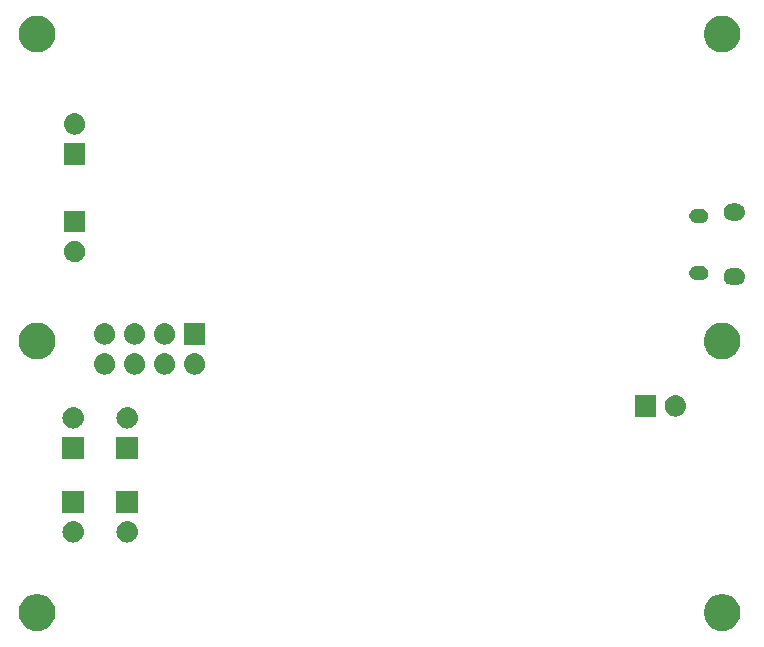
<source format=gbs>
G04 #@! TF.GenerationSoftware,KiCad,Pcbnew,5.0.1+dfsg1-3~bpo9+1*
G04 #@! TF.CreationDate,2018-12-29T18:45:15+00:00*
G04 #@! TF.ProjectId,esp32_io_board,65737033325F696F5F626F6172642E6B,rev?*
G04 #@! TF.SameCoordinates,Original*
G04 #@! TF.FileFunction,Soldermask,Bot*
G04 #@! TF.FilePolarity,Negative*
%FSLAX46Y46*%
G04 Gerber Fmt 4.6, Leading zero omitted, Abs format (unit mm)*
G04 Created by KiCad (PCBNEW 5.0.1+dfsg1-3~bpo9+1) date Sat 29 Dec 2018 06:45:15 PM UTC*
%MOMM*%
%LPD*%
G01*
G04 APERTURE LIST*
%ADD10C,0.100000*%
G04 APERTURE END LIST*
D10*
G36*
X218372527Y-128768736D02*
X218472410Y-128788604D01*
X218754674Y-128905521D01*
X219008705Y-129075259D01*
X219224741Y-129291295D01*
X219394479Y-129545326D01*
X219511396Y-129827590D01*
X219571000Y-130127240D01*
X219571000Y-130432760D01*
X219511396Y-130732410D01*
X219394479Y-131014674D01*
X219224741Y-131268705D01*
X219008705Y-131484741D01*
X218754674Y-131654479D01*
X218472410Y-131771396D01*
X218372527Y-131791264D01*
X218172762Y-131831000D01*
X217867238Y-131831000D01*
X217667473Y-131791264D01*
X217567590Y-131771396D01*
X217285326Y-131654479D01*
X217031295Y-131484741D01*
X216815259Y-131268705D01*
X216645521Y-131014674D01*
X216528604Y-130732410D01*
X216469000Y-130432760D01*
X216469000Y-130127240D01*
X216528604Y-129827590D01*
X216645521Y-129545326D01*
X216815259Y-129291295D01*
X217031295Y-129075259D01*
X217285326Y-128905521D01*
X217567590Y-128788604D01*
X217667473Y-128768736D01*
X217867238Y-128729000D01*
X218172762Y-128729000D01*
X218372527Y-128768736D01*
X218372527Y-128768736D01*
G37*
G36*
X160372527Y-128768736D02*
X160472410Y-128788604D01*
X160754674Y-128905521D01*
X161008705Y-129075259D01*
X161224741Y-129291295D01*
X161394479Y-129545326D01*
X161511396Y-129827590D01*
X161571000Y-130127240D01*
X161571000Y-130432760D01*
X161511396Y-130732410D01*
X161394479Y-131014674D01*
X161224741Y-131268705D01*
X161008705Y-131484741D01*
X160754674Y-131654479D01*
X160472410Y-131771396D01*
X160372527Y-131791264D01*
X160172762Y-131831000D01*
X159867238Y-131831000D01*
X159667473Y-131791264D01*
X159567590Y-131771396D01*
X159285326Y-131654479D01*
X159031295Y-131484741D01*
X158815259Y-131268705D01*
X158645521Y-131014674D01*
X158528604Y-130732410D01*
X158469000Y-130432760D01*
X158469000Y-130127240D01*
X158528604Y-129827590D01*
X158645521Y-129545326D01*
X158815259Y-129291295D01*
X159031295Y-129075259D01*
X159285326Y-128905521D01*
X159567590Y-128788604D01*
X159667473Y-128768736D01*
X159867238Y-128729000D01*
X160172762Y-128729000D01*
X160372527Y-128768736D01*
X160372527Y-128768736D01*
G37*
G36*
X167750443Y-122549519D02*
X167816627Y-122556037D01*
X167929853Y-122590384D01*
X167986467Y-122607557D01*
X168125087Y-122681652D01*
X168142991Y-122691222D01*
X168178729Y-122720552D01*
X168280186Y-122803814D01*
X168363448Y-122905271D01*
X168392778Y-122941009D01*
X168392779Y-122941011D01*
X168476443Y-123097533D01*
X168476443Y-123097534D01*
X168527963Y-123267373D01*
X168545359Y-123444000D01*
X168527963Y-123620627D01*
X168493616Y-123733853D01*
X168476443Y-123790467D01*
X168402348Y-123929087D01*
X168392778Y-123946991D01*
X168363448Y-123982729D01*
X168280186Y-124084186D01*
X168178729Y-124167448D01*
X168142991Y-124196778D01*
X168142989Y-124196779D01*
X167986467Y-124280443D01*
X167929853Y-124297616D01*
X167816627Y-124331963D01*
X167750442Y-124338482D01*
X167684260Y-124345000D01*
X167595740Y-124345000D01*
X167529558Y-124338482D01*
X167463373Y-124331963D01*
X167350147Y-124297616D01*
X167293533Y-124280443D01*
X167137011Y-124196779D01*
X167137009Y-124196778D01*
X167101271Y-124167448D01*
X166999814Y-124084186D01*
X166916552Y-123982729D01*
X166887222Y-123946991D01*
X166877652Y-123929087D01*
X166803557Y-123790467D01*
X166786384Y-123733853D01*
X166752037Y-123620627D01*
X166734641Y-123444000D01*
X166752037Y-123267373D01*
X166803557Y-123097534D01*
X166803557Y-123097533D01*
X166887221Y-122941011D01*
X166887222Y-122941009D01*
X166916552Y-122905271D01*
X166999814Y-122803814D01*
X167101271Y-122720552D01*
X167137009Y-122691222D01*
X167154913Y-122681652D01*
X167293533Y-122607557D01*
X167350147Y-122590384D01*
X167463373Y-122556037D01*
X167529557Y-122549519D01*
X167595740Y-122543000D01*
X167684260Y-122543000D01*
X167750443Y-122549519D01*
X167750443Y-122549519D01*
G37*
G36*
X163178443Y-122549519D02*
X163244627Y-122556037D01*
X163357853Y-122590384D01*
X163414467Y-122607557D01*
X163553087Y-122681652D01*
X163570991Y-122691222D01*
X163606729Y-122720552D01*
X163708186Y-122803814D01*
X163791448Y-122905271D01*
X163820778Y-122941009D01*
X163820779Y-122941011D01*
X163904443Y-123097533D01*
X163904443Y-123097534D01*
X163955963Y-123267373D01*
X163973359Y-123444000D01*
X163955963Y-123620627D01*
X163921616Y-123733853D01*
X163904443Y-123790467D01*
X163830348Y-123929087D01*
X163820778Y-123946991D01*
X163791448Y-123982729D01*
X163708186Y-124084186D01*
X163606729Y-124167448D01*
X163570991Y-124196778D01*
X163570989Y-124196779D01*
X163414467Y-124280443D01*
X163357853Y-124297616D01*
X163244627Y-124331963D01*
X163178442Y-124338482D01*
X163112260Y-124345000D01*
X163023740Y-124345000D01*
X162957558Y-124338482D01*
X162891373Y-124331963D01*
X162778147Y-124297616D01*
X162721533Y-124280443D01*
X162565011Y-124196779D01*
X162565009Y-124196778D01*
X162529271Y-124167448D01*
X162427814Y-124084186D01*
X162344552Y-123982729D01*
X162315222Y-123946991D01*
X162305652Y-123929087D01*
X162231557Y-123790467D01*
X162214384Y-123733853D01*
X162180037Y-123620627D01*
X162162641Y-123444000D01*
X162180037Y-123267373D01*
X162231557Y-123097534D01*
X162231557Y-123097533D01*
X162315221Y-122941011D01*
X162315222Y-122941009D01*
X162344552Y-122905271D01*
X162427814Y-122803814D01*
X162529271Y-122720552D01*
X162565009Y-122691222D01*
X162582913Y-122681652D01*
X162721533Y-122607557D01*
X162778147Y-122590384D01*
X162891373Y-122556037D01*
X162957557Y-122549519D01*
X163023740Y-122543000D01*
X163112260Y-122543000D01*
X163178443Y-122549519D01*
X163178443Y-122549519D01*
G37*
G36*
X168541000Y-121805000D02*
X166739000Y-121805000D01*
X166739000Y-120003000D01*
X168541000Y-120003000D01*
X168541000Y-121805000D01*
X168541000Y-121805000D01*
G37*
G36*
X163969000Y-121805000D02*
X162167000Y-121805000D01*
X162167000Y-120003000D01*
X163969000Y-120003000D01*
X163969000Y-121805000D01*
X163969000Y-121805000D01*
G37*
G36*
X168541000Y-117233000D02*
X166739000Y-117233000D01*
X166739000Y-115431000D01*
X168541000Y-115431000D01*
X168541000Y-117233000D01*
X168541000Y-117233000D01*
G37*
G36*
X163969000Y-117233000D02*
X162167000Y-117233000D01*
X162167000Y-115431000D01*
X163969000Y-115431000D01*
X163969000Y-117233000D01*
X163969000Y-117233000D01*
G37*
G36*
X163178442Y-112897518D02*
X163244627Y-112904037D01*
X163357853Y-112938384D01*
X163414467Y-112955557D01*
X163553087Y-113029652D01*
X163570991Y-113039222D01*
X163606729Y-113068552D01*
X163708186Y-113151814D01*
X163791448Y-113253271D01*
X163820778Y-113289009D01*
X163820779Y-113289011D01*
X163904443Y-113445533D01*
X163904443Y-113445534D01*
X163955963Y-113615373D01*
X163973359Y-113792000D01*
X163955963Y-113968627D01*
X163921616Y-114081853D01*
X163904443Y-114138467D01*
X163830348Y-114277087D01*
X163820778Y-114294991D01*
X163791448Y-114330729D01*
X163708186Y-114432186D01*
X163606729Y-114515448D01*
X163570991Y-114544778D01*
X163570989Y-114544779D01*
X163414467Y-114628443D01*
X163357853Y-114645616D01*
X163244627Y-114679963D01*
X163178443Y-114686481D01*
X163112260Y-114693000D01*
X163023740Y-114693000D01*
X162957557Y-114686481D01*
X162891373Y-114679963D01*
X162778147Y-114645616D01*
X162721533Y-114628443D01*
X162565011Y-114544779D01*
X162565009Y-114544778D01*
X162529271Y-114515448D01*
X162427814Y-114432186D01*
X162344552Y-114330729D01*
X162315222Y-114294991D01*
X162305652Y-114277087D01*
X162231557Y-114138467D01*
X162214384Y-114081853D01*
X162180037Y-113968627D01*
X162162641Y-113792000D01*
X162180037Y-113615373D01*
X162231557Y-113445534D01*
X162231557Y-113445533D01*
X162315221Y-113289011D01*
X162315222Y-113289009D01*
X162344552Y-113253271D01*
X162427814Y-113151814D01*
X162529271Y-113068552D01*
X162565009Y-113039222D01*
X162582913Y-113029652D01*
X162721533Y-112955557D01*
X162778147Y-112938384D01*
X162891373Y-112904037D01*
X162957558Y-112897518D01*
X163023740Y-112891000D01*
X163112260Y-112891000D01*
X163178442Y-112897518D01*
X163178442Y-112897518D01*
G37*
G36*
X167750442Y-112897518D02*
X167816627Y-112904037D01*
X167929853Y-112938384D01*
X167986467Y-112955557D01*
X168125087Y-113029652D01*
X168142991Y-113039222D01*
X168178729Y-113068552D01*
X168280186Y-113151814D01*
X168363448Y-113253271D01*
X168392778Y-113289009D01*
X168392779Y-113289011D01*
X168476443Y-113445533D01*
X168476443Y-113445534D01*
X168527963Y-113615373D01*
X168545359Y-113792000D01*
X168527963Y-113968627D01*
X168493616Y-114081853D01*
X168476443Y-114138467D01*
X168402348Y-114277087D01*
X168392778Y-114294991D01*
X168363448Y-114330729D01*
X168280186Y-114432186D01*
X168178729Y-114515448D01*
X168142991Y-114544778D01*
X168142989Y-114544779D01*
X167986467Y-114628443D01*
X167929853Y-114645616D01*
X167816627Y-114679963D01*
X167750443Y-114686481D01*
X167684260Y-114693000D01*
X167595740Y-114693000D01*
X167529557Y-114686481D01*
X167463373Y-114679963D01*
X167350147Y-114645616D01*
X167293533Y-114628443D01*
X167137011Y-114544779D01*
X167137009Y-114544778D01*
X167101271Y-114515448D01*
X166999814Y-114432186D01*
X166916552Y-114330729D01*
X166887222Y-114294991D01*
X166877652Y-114277087D01*
X166803557Y-114138467D01*
X166786384Y-114081853D01*
X166752037Y-113968627D01*
X166734641Y-113792000D01*
X166752037Y-113615373D01*
X166803557Y-113445534D01*
X166803557Y-113445533D01*
X166887221Y-113289011D01*
X166887222Y-113289009D01*
X166916552Y-113253271D01*
X166999814Y-113151814D01*
X167101271Y-113068552D01*
X167137009Y-113039222D01*
X167154913Y-113029652D01*
X167293533Y-112955557D01*
X167350147Y-112938384D01*
X167463373Y-112904037D01*
X167529558Y-112897518D01*
X167595740Y-112891000D01*
X167684260Y-112891000D01*
X167750442Y-112897518D01*
X167750442Y-112897518D01*
G37*
G36*
X214168942Y-111881518D02*
X214235127Y-111888037D01*
X214348353Y-111922384D01*
X214404967Y-111939557D01*
X214543587Y-112013652D01*
X214561491Y-112023222D01*
X214597229Y-112052552D01*
X214698686Y-112135814D01*
X214781948Y-112237271D01*
X214811278Y-112273009D01*
X214811279Y-112273011D01*
X214894943Y-112429533D01*
X214894943Y-112429534D01*
X214946463Y-112599373D01*
X214963859Y-112776000D01*
X214946463Y-112952627D01*
X214945574Y-112955557D01*
X214894943Y-113122467D01*
X214879256Y-113151814D01*
X214811278Y-113278991D01*
X214781948Y-113314729D01*
X214698686Y-113416186D01*
X214597229Y-113499448D01*
X214561491Y-113528778D01*
X214561489Y-113528779D01*
X214404967Y-113612443D01*
X214348353Y-113629616D01*
X214235127Y-113663963D01*
X214168943Y-113670481D01*
X214102760Y-113677000D01*
X214014240Y-113677000D01*
X213948057Y-113670481D01*
X213881873Y-113663963D01*
X213768647Y-113629616D01*
X213712033Y-113612443D01*
X213555511Y-113528779D01*
X213555509Y-113528778D01*
X213519771Y-113499448D01*
X213418314Y-113416186D01*
X213335052Y-113314729D01*
X213305722Y-113278991D01*
X213237744Y-113151814D01*
X213222057Y-113122467D01*
X213171426Y-112955557D01*
X213170537Y-112952627D01*
X213153141Y-112776000D01*
X213170537Y-112599373D01*
X213222057Y-112429534D01*
X213222057Y-112429533D01*
X213305721Y-112273011D01*
X213305722Y-112273009D01*
X213335052Y-112237271D01*
X213418314Y-112135814D01*
X213519771Y-112052552D01*
X213555509Y-112023222D01*
X213573413Y-112013652D01*
X213712033Y-111939557D01*
X213768647Y-111922384D01*
X213881873Y-111888037D01*
X213948058Y-111881518D01*
X214014240Y-111875000D01*
X214102760Y-111875000D01*
X214168942Y-111881518D01*
X214168942Y-111881518D01*
G37*
G36*
X212419500Y-113677000D02*
X210617500Y-113677000D01*
X210617500Y-111875000D01*
X212419500Y-111875000D01*
X212419500Y-113677000D01*
X212419500Y-113677000D01*
G37*
G36*
X165845443Y-108325519D02*
X165911627Y-108332037D01*
X166024853Y-108366384D01*
X166081467Y-108383557D01*
X166220087Y-108457652D01*
X166237991Y-108467222D01*
X166273729Y-108496552D01*
X166375186Y-108579814D01*
X166436461Y-108654479D01*
X166487778Y-108717009D01*
X166487779Y-108717011D01*
X166571443Y-108873533D01*
X166571443Y-108873534D01*
X166622963Y-109043373D01*
X166640359Y-109220000D01*
X166622963Y-109396627D01*
X166588616Y-109509853D01*
X166571443Y-109566467D01*
X166497348Y-109705087D01*
X166487778Y-109722991D01*
X166458448Y-109758729D01*
X166375186Y-109860186D01*
X166273729Y-109943448D01*
X166237991Y-109972778D01*
X166237989Y-109972779D01*
X166081467Y-110056443D01*
X166024853Y-110073616D01*
X165911627Y-110107963D01*
X165845443Y-110114481D01*
X165779260Y-110121000D01*
X165690740Y-110121000D01*
X165624557Y-110114481D01*
X165558373Y-110107963D01*
X165445147Y-110073616D01*
X165388533Y-110056443D01*
X165232011Y-109972779D01*
X165232009Y-109972778D01*
X165196271Y-109943448D01*
X165094814Y-109860186D01*
X165011552Y-109758729D01*
X164982222Y-109722991D01*
X164972652Y-109705087D01*
X164898557Y-109566467D01*
X164881384Y-109509853D01*
X164847037Y-109396627D01*
X164829641Y-109220000D01*
X164847037Y-109043373D01*
X164898557Y-108873534D01*
X164898557Y-108873533D01*
X164982221Y-108717011D01*
X164982222Y-108717009D01*
X165033539Y-108654479D01*
X165094814Y-108579814D01*
X165196271Y-108496552D01*
X165232009Y-108467222D01*
X165249913Y-108457652D01*
X165388533Y-108383557D01*
X165445147Y-108366384D01*
X165558373Y-108332037D01*
X165624557Y-108325519D01*
X165690740Y-108319000D01*
X165779260Y-108319000D01*
X165845443Y-108325519D01*
X165845443Y-108325519D01*
G37*
G36*
X173465443Y-108325519D02*
X173531627Y-108332037D01*
X173644853Y-108366384D01*
X173701467Y-108383557D01*
X173840087Y-108457652D01*
X173857991Y-108467222D01*
X173893729Y-108496552D01*
X173995186Y-108579814D01*
X174056461Y-108654479D01*
X174107778Y-108717009D01*
X174107779Y-108717011D01*
X174191443Y-108873533D01*
X174191443Y-108873534D01*
X174242963Y-109043373D01*
X174260359Y-109220000D01*
X174242963Y-109396627D01*
X174208616Y-109509853D01*
X174191443Y-109566467D01*
X174117348Y-109705087D01*
X174107778Y-109722991D01*
X174078448Y-109758729D01*
X173995186Y-109860186D01*
X173893729Y-109943448D01*
X173857991Y-109972778D01*
X173857989Y-109972779D01*
X173701467Y-110056443D01*
X173644853Y-110073616D01*
X173531627Y-110107963D01*
X173465443Y-110114481D01*
X173399260Y-110121000D01*
X173310740Y-110121000D01*
X173244557Y-110114481D01*
X173178373Y-110107963D01*
X173065147Y-110073616D01*
X173008533Y-110056443D01*
X172852011Y-109972779D01*
X172852009Y-109972778D01*
X172816271Y-109943448D01*
X172714814Y-109860186D01*
X172631552Y-109758729D01*
X172602222Y-109722991D01*
X172592652Y-109705087D01*
X172518557Y-109566467D01*
X172501384Y-109509853D01*
X172467037Y-109396627D01*
X172449641Y-109220000D01*
X172467037Y-109043373D01*
X172518557Y-108873534D01*
X172518557Y-108873533D01*
X172602221Y-108717011D01*
X172602222Y-108717009D01*
X172653539Y-108654479D01*
X172714814Y-108579814D01*
X172816271Y-108496552D01*
X172852009Y-108467222D01*
X172869913Y-108457652D01*
X173008533Y-108383557D01*
X173065147Y-108366384D01*
X173178373Y-108332037D01*
X173244557Y-108325519D01*
X173310740Y-108319000D01*
X173399260Y-108319000D01*
X173465443Y-108325519D01*
X173465443Y-108325519D01*
G37*
G36*
X170925443Y-108325519D02*
X170991627Y-108332037D01*
X171104853Y-108366384D01*
X171161467Y-108383557D01*
X171300087Y-108457652D01*
X171317991Y-108467222D01*
X171353729Y-108496552D01*
X171455186Y-108579814D01*
X171516461Y-108654479D01*
X171567778Y-108717009D01*
X171567779Y-108717011D01*
X171651443Y-108873533D01*
X171651443Y-108873534D01*
X171702963Y-109043373D01*
X171720359Y-109220000D01*
X171702963Y-109396627D01*
X171668616Y-109509853D01*
X171651443Y-109566467D01*
X171577348Y-109705087D01*
X171567778Y-109722991D01*
X171538448Y-109758729D01*
X171455186Y-109860186D01*
X171353729Y-109943448D01*
X171317991Y-109972778D01*
X171317989Y-109972779D01*
X171161467Y-110056443D01*
X171104853Y-110073616D01*
X170991627Y-110107963D01*
X170925443Y-110114481D01*
X170859260Y-110121000D01*
X170770740Y-110121000D01*
X170704557Y-110114481D01*
X170638373Y-110107963D01*
X170525147Y-110073616D01*
X170468533Y-110056443D01*
X170312011Y-109972779D01*
X170312009Y-109972778D01*
X170276271Y-109943448D01*
X170174814Y-109860186D01*
X170091552Y-109758729D01*
X170062222Y-109722991D01*
X170052652Y-109705087D01*
X169978557Y-109566467D01*
X169961384Y-109509853D01*
X169927037Y-109396627D01*
X169909641Y-109220000D01*
X169927037Y-109043373D01*
X169978557Y-108873534D01*
X169978557Y-108873533D01*
X170062221Y-108717011D01*
X170062222Y-108717009D01*
X170113539Y-108654479D01*
X170174814Y-108579814D01*
X170276271Y-108496552D01*
X170312009Y-108467222D01*
X170329913Y-108457652D01*
X170468533Y-108383557D01*
X170525147Y-108366384D01*
X170638373Y-108332037D01*
X170704557Y-108325519D01*
X170770740Y-108319000D01*
X170859260Y-108319000D01*
X170925443Y-108325519D01*
X170925443Y-108325519D01*
G37*
G36*
X168385443Y-108325519D02*
X168451627Y-108332037D01*
X168564853Y-108366384D01*
X168621467Y-108383557D01*
X168760087Y-108457652D01*
X168777991Y-108467222D01*
X168813729Y-108496552D01*
X168915186Y-108579814D01*
X168976461Y-108654479D01*
X169027778Y-108717009D01*
X169027779Y-108717011D01*
X169111443Y-108873533D01*
X169111443Y-108873534D01*
X169162963Y-109043373D01*
X169180359Y-109220000D01*
X169162963Y-109396627D01*
X169128616Y-109509853D01*
X169111443Y-109566467D01*
X169037348Y-109705087D01*
X169027778Y-109722991D01*
X168998448Y-109758729D01*
X168915186Y-109860186D01*
X168813729Y-109943448D01*
X168777991Y-109972778D01*
X168777989Y-109972779D01*
X168621467Y-110056443D01*
X168564853Y-110073616D01*
X168451627Y-110107963D01*
X168385443Y-110114481D01*
X168319260Y-110121000D01*
X168230740Y-110121000D01*
X168164557Y-110114481D01*
X168098373Y-110107963D01*
X167985147Y-110073616D01*
X167928533Y-110056443D01*
X167772011Y-109972779D01*
X167772009Y-109972778D01*
X167736271Y-109943448D01*
X167634814Y-109860186D01*
X167551552Y-109758729D01*
X167522222Y-109722991D01*
X167512652Y-109705087D01*
X167438557Y-109566467D01*
X167421384Y-109509853D01*
X167387037Y-109396627D01*
X167369641Y-109220000D01*
X167387037Y-109043373D01*
X167438557Y-108873534D01*
X167438557Y-108873533D01*
X167522221Y-108717011D01*
X167522222Y-108717009D01*
X167573539Y-108654479D01*
X167634814Y-108579814D01*
X167736271Y-108496552D01*
X167772009Y-108467222D01*
X167789913Y-108457652D01*
X167928533Y-108383557D01*
X167985147Y-108366384D01*
X168098373Y-108332037D01*
X168164557Y-108325519D01*
X168230740Y-108319000D01*
X168319260Y-108319000D01*
X168385443Y-108325519D01*
X168385443Y-108325519D01*
G37*
G36*
X160372527Y-105768736D02*
X160472410Y-105788604D01*
X160754674Y-105905521D01*
X161008705Y-106075259D01*
X161224741Y-106291295D01*
X161394479Y-106545326D01*
X161511396Y-106827590D01*
X161511396Y-106827591D01*
X161571000Y-107127238D01*
X161571000Y-107432762D01*
X161541513Y-107581000D01*
X161511396Y-107732410D01*
X161394479Y-108014674D01*
X161224741Y-108268705D01*
X161008705Y-108484741D01*
X160754674Y-108654479D01*
X160472410Y-108771396D01*
X160372527Y-108791264D01*
X160172762Y-108831000D01*
X159867238Y-108831000D01*
X159667473Y-108791264D01*
X159567590Y-108771396D01*
X159285326Y-108654479D01*
X159031295Y-108484741D01*
X158815259Y-108268705D01*
X158645521Y-108014674D01*
X158528604Y-107732410D01*
X158498487Y-107581000D01*
X158469000Y-107432762D01*
X158469000Y-107127238D01*
X158528604Y-106827591D01*
X158528604Y-106827590D01*
X158645521Y-106545326D01*
X158815259Y-106291295D01*
X159031295Y-106075259D01*
X159285326Y-105905521D01*
X159567590Y-105788604D01*
X159667473Y-105768736D01*
X159867238Y-105729000D01*
X160172762Y-105729000D01*
X160372527Y-105768736D01*
X160372527Y-105768736D01*
G37*
G36*
X218372527Y-105768736D02*
X218472410Y-105788604D01*
X218754674Y-105905521D01*
X219008705Y-106075259D01*
X219224741Y-106291295D01*
X219394479Y-106545326D01*
X219511396Y-106827590D01*
X219511396Y-106827591D01*
X219571000Y-107127238D01*
X219571000Y-107432762D01*
X219541513Y-107581000D01*
X219511396Y-107732410D01*
X219394479Y-108014674D01*
X219224741Y-108268705D01*
X219008705Y-108484741D01*
X218754674Y-108654479D01*
X218472410Y-108771396D01*
X218372527Y-108791264D01*
X218172762Y-108831000D01*
X217867238Y-108831000D01*
X217667473Y-108791264D01*
X217567590Y-108771396D01*
X217285326Y-108654479D01*
X217031295Y-108484741D01*
X216815259Y-108268705D01*
X216645521Y-108014674D01*
X216528604Y-107732410D01*
X216498487Y-107581000D01*
X216469000Y-107432762D01*
X216469000Y-107127238D01*
X216528604Y-106827591D01*
X216528604Y-106827590D01*
X216645521Y-106545326D01*
X216815259Y-106291295D01*
X217031295Y-106075259D01*
X217285326Y-105905521D01*
X217567590Y-105788604D01*
X217667473Y-105768736D01*
X217867238Y-105729000D01*
X218172762Y-105729000D01*
X218372527Y-105768736D01*
X218372527Y-105768736D01*
G37*
G36*
X168385443Y-105785519D02*
X168451627Y-105792037D01*
X168564853Y-105826384D01*
X168621467Y-105843557D01*
X168737392Y-105905521D01*
X168777991Y-105927222D01*
X168813729Y-105956552D01*
X168915186Y-106039814D01*
X168998448Y-106141271D01*
X169027778Y-106177009D01*
X169027779Y-106177011D01*
X169111443Y-106333533D01*
X169111443Y-106333534D01*
X169162963Y-106503373D01*
X169180359Y-106680000D01*
X169162963Y-106856627D01*
X169128616Y-106969853D01*
X169111443Y-107026467D01*
X169057579Y-107127238D01*
X169027778Y-107182991D01*
X168998448Y-107218729D01*
X168915186Y-107320186D01*
X168813729Y-107403448D01*
X168777991Y-107432778D01*
X168777989Y-107432779D01*
X168621467Y-107516443D01*
X168564853Y-107533616D01*
X168451627Y-107567963D01*
X168385443Y-107574481D01*
X168319260Y-107581000D01*
X168230740Y-107581000D01*
X168164557Y-107574481D01*
X168098373Y-107567963D01*
X167985147Y-107533616D01*
X167928533Y-107516443D01*
X167772011Y-107432779D01*
X167772009Y-107432778D01*
X167736271Y-107403448D01*
X167634814Y-107320186D01*
X167551552Y-107218729D01*
X167522222Y-107182991D01*
X167492421Y-107127238D01*
X167438557Y-107026467D01*
X167421384Y-106969853D01*
X167387037Y-106856627D01*
X167369641Y-106680000D01*
X167387037Y-106503373D01*
X167438557Y-106333534D01*
X167438557Y-106333533D01*
X167522221Y-106177011D01*
X167522222Y-106177009D01*
X167551552Y-106141271D01*
X167634814Y-106039814D01*
X167736271Y-105956552D01*
X167772009Y-105927222D01*
X167812608Y-105905521D01*
X167928533Y-105843557D01*
X167985147Y-105826384D01*
X168098373Y-105792037D01*
X168164557Y-105785519D01*
X168230740Y-105779000D01*
X168319260Y-105779000D01*
X168385443Y-105785519D01*
X168385443Y-105785519D01*
G37*
G36*
X174256000Y-107581000D02*
X172454000Y-107581000D01*
X172454000Y-105779000D01*
X174256000Y-105779000D01*
X174256000Y-107581000D01*
X174256000Y-107581000D01*
G37*
G36*
X165845443Y-105785519D02*
X165911627Y-105792037D01*
X166024853Y-105826384D01*
X166081467Y-105843557D01*
X166197392Y-105905521D01*
X166237991Y-105927222D01*
X166273729Y-105956552D01*
X166375186Y-106039814D01*
X166458448Y-106141271D01*
X166487778Y-106177009D01*
X166487779Y-106177011D01*
X166571443Y-106333533D01*
X166571443Y-106333534D01*
X166622963Y-106503373D01*
X166640359Y-106680000D01*
X166622963Y-106856627D01*
X166588616Y-106969853D01*
X166571443Y-107026467D01*
X166517579Y-107127238D01*
X166487778Y-107182991D01*
X166458448Y-107218729D01*
X166375186Y-107320186D01*
X166273729Y-107403448D01*
X166237991Y-107432778D01*
X166237989Y-107432779D01*
X166081467Y-107516443D01*
X166024853Y-107533616D01*
X165911627Y-107567963D01*
X165845443Y-107574481D01*
X165779260Y-107581000D01*
X165690740Y-107581000D01*
X165624557Y-107574481D01*
X165558373Y-107567963D01*
X165445147Y-107533616D01*
X165388533Y-107516443D01*
X165232011Y-107432779D01*
X165232009Y-107432778D01*
X165196271Y-107403448D01*
X165094814Y-107320186D01*
X165011552Y-107218729D01*
X164982222Y-107182991D01*
X164952421Y-107127238D01*
X164898557Y-107026467D01*
X164881384Y-106969853D01*
X164847037Y-106856627D01*
X164829641Y-106680000D01*
X164847037Y-106503373D01*
X164898557Y-106333534D01*
X164898557Y-106333533D01*
X164982221Y-106177011D01*
X164982222Y-106177009D01*
X165011552Y-106141271D01*
X165094814Y-106039814D01*
X165196271Y-105956552D01*
X165232009Y-105927222D01*
X165272608Y-105905521D01*
X165388533Y-105843557D01*
X165445147Y-105826384D01*
X165558373Y-105792037D01*
X165624557Y-105785519D01*
X165690740Y-105779000D01*
X165779260Y-105779000D01*
X165845443Y-105785519D01*
X165845443Y-105785519D01*
G37*
G36*
X170925443Y-105785519D02*
X170991627Y-105792037D01*
X171104853Y-105826384D01*
X171161467Y-105843557D01*
X171277392Y-105905521D01*
X171317991Y-105927222D01*
X171353729Y-105956552D01*
X171455186Y-106039814D01*
X171538448Y-106141271D01*
X171567778Y-106177009D01*
X171567779Y-106177011D01*
X171651443Y-106333533D01*
X171651443Y-106333534D01*
X171702963Y-106503373D01*
X171720359Y-106680000D01*
X171702963Y-106856627D01*
X171668616Y-106969853D01*
X171651443Y-107026467D01*
X171597579Y-107127238D01*
X171567778Y-107182991D01*
X171538448Y-107218729D01*
X171455186Y-107320186D01*
X171353729Y-107403448D01*
X171317991Y-107432778D01*
X171317989Y-107432779D01*
X171161467Y-107516443D01*
X171104853Y-107533616D01*
X170991627Y-107567963D01*
X170925443Y-107574481D01*
X170859260Y-107581000D01*
X170770740Y-107581000D01*
X170704557Y-107574481D01*
X170638373Y-107567963D01*
X170525147Y-107533616D01*
X170468533Y-107516443D01*
X170312011Y-107432779D01*
X170312009Y-107432778D01*
X170276271Y-107403448D01*
X170174814Y-107320186D01*
X170091552Y-107218729D01*
X170062222Y-107182991D01*
X170032421Y-107127238D01*
X169978557Y-107026467D01*
X169961384Y-106969853D01*
X169927037Y-106856627D01*
X169909641Y-106680000D01*
X169927037Y-106503373D01*
X169978557Y-106333534D01*
X169978557Y-106333533D01*
X170062221Y-106177011D01*
X170062222Y-106177009D01*
X170091552Y-106141271D01*
X170174814Y-106039814D01*
X170276271Y-105956552D01*
X170312009Y-105927222D01*
X170352608Y-105905521D01*
X170468533Y-105843557D01*
X170525147Y-105826384D01*
X170638373Y-105792037D01*
X170704557Y-105785519D01*
X170770740Y-105779000D01*
X170859260Y-105779000D01*
X170925443Y-105785519D01*
X170925443Y-105785519D01*
G37*
G36*
X219278991Y-101091101D02*
X219364321Y-101099505D01*
X219501172Y-101141019D01*
X219501174Y-101141020D01*
X219501177Y-101141021D01*
X219627296Y-101208432D01*
X219737843Y-101299157D01*
X219828568Y-101409704D01*
X219895979Y-101535823D01*
X219895980Y-101535826D01*
X219895981Y-101535828D01*
X219937495Y-101672679D01*
X219951512Y-101815000D01*
X219937495Y-101957321D01*
X219895981Y-102094172D01*
X219895979Y-102094177D01*
X219828568Y-102220296D01*
X219737843Y-102330843D01*
X219627296Y-102421568D01*
X219501177Y-102488979D01*
X219501174Y-102488980D01*
X219501172Y-102488981D01*
X219364321Y-102530495D01*
X219278991Y-102538899D01*
X219257660Y-102541000D01*
X218836340Y-102541000D01*
X218815009Y-102538899D01*
X218729679Y-102530495D01*
X218592828Y-102488981D01*
X218592826Y-102488980D01*
X218592823Y-102488979D01*
X218466704Y-102421568D01*
X218356157Y-102330843D01*
X218265432Y-102220296D01*
X218198021Y-102094177D01*
X218198019Y-102094172D01*
X218156505Y-101957321D01*
X218142488Y-101815000D01*
X218156505Y-101672679D01*
X218198019Y-101535828D01*
X218198020Y-101535826D01*
X218198021Y-101535823D01*
X218265432Y-101409704D01*
X218356157Y-101299157D01*
X218466704Y-101208432D01*
X218592823Y-101141021D01*
X218592826Y-101141020D01*
X218592828Y-101141019D01*
X218729679Y-101099505D01*
X218815009Y-101091101D01*
X218836340Y-101089000D01*
X219257660Y-101089000D01*
X219278991Y-101091101D01*
X219278991Y-101091101D01*
G37*
G36*
X216364818Y-100912696D02*
X216478105Y-100947062D01*
X216582513Y-101002869D01*
X216674027Y-101077973D01*
X216749131Y-101169487D01*
X216804938Y-101273895D01*
X216839304Y-101387182D01*
X216850907Y-101505000D01*
X216839304Y-101622818D01*
X216804938Y-101736105D01*
X216749131Y-101840513D01*
X216674027Y-101932027D01*
X216582513Y-102007131D01*
X216478105Y-102062938D01*
X216364818Y-102097304D01*
X216276519Y-102106000D01*
X215817481Y-102106000D01*
X215729182Y-102097304D01*
X215615895Y-102062938D01*
X215511487Y-102007131D01*
X215419973Y-101932027D01*
X215344869Y-101840513D01*
X215289062Y-101736105D01*
X215254696Y-101622818D01*
X215243093Y-101505000D01*
X215254696Y-101387182D01*
X215289062Y-101273895D01*
X215344869Y-101169487D01*
X215419973Y-101077973D01*
X215511487Y-101002869D01*
X215615895Y-100947062D01*
X215729182Y-100912696D01*
X215817481Y-100904000D01*
X216276519Y-100904000D01*
X216364818Y-100912696D01*
X216364818Y-100912696D01*
G37*
G36*
X163305443Y-98800519D02*
X163371627Y-98807037D01*
X163484853Y-98841384D01*
X163541467Y-98858557D01*
X163680087Y-98932652D01*
X163697991Y-98942222D01*
X163733729Y-98971552D01*
X163835186Y-99054814D01*
X163918448Y-99156271D01*
X163947778Y-99192009D01*
X163947779Y-99192011D01*
X164031443Y-99348533D01*
X164031443Y-99348534D01*
X164082963Y-99518373D01*
X164100359Y-99695000D01*
X164082963Y-99871627D01*
X164048616Y-99984853D01*
X164031443Y-100041467D01*
X163957348Y-100180087D01*
X163947778Y-100197991D01*
X163918448Y-100233729D01*
X163835186Y-100335186D01*
X163733729Y-100418448D01*
X163697991Y-100447778D01*
X163697989Y-100447779D01*
X163541467Y-100531443D01*
X163484853Y-100548616D01*
X163371627Y-100582963D01*
X163305443Y-100589481D01*
X163239260Y-100596000D01*
X163150740Y-100596000D01*
X163084557Y-100589481D01*
X163018373Y-100582963D01*
X162905147Y-100548616D01*
X162848533Y-100531443D01*
X162692011Y-100447779D01*
X162692009Y-100447778D01*
X162656271Y-100418448D01*
X162554814Y-100335186D01*
X162471552Y-100233729D01*
X162442222Y-100197991D01*
X162432652Y-100180087D01*
X162358557Y-100041467D01*
X162341384Y-99984853D01*
X162307037Y-99871627D01*
X162289641Y-99695000D01*
X162307037Y-99518373D01*
X162358557Y-99348534D01*
X162358557Y-99348533D01*
X162442221Y-99192011D01*
X162442222Y-99192009D01*
X162471552Y-99156271D01*
X162554814Y-99054814D01*
X162656271Y-98971552D01*
X162692009Y-98942222D01*
X162709913Y-98932652D01*
X162848533Y-98858557D01*
X162905147Y-98841384D01*
X163018373Y-98807037D01*
X163084557Y-98800519D01*
X163150740Y-98794000D01*
X163239260Y-98794000D01*
X163305443Y-98800519D01*
X163305443Y-98800519D01*
G37*
G36*
X164096000Y-98056000D02*
X162294000Y-98056000D01*
X162294000Y-96254000D01*
X164096000Y-96254000D01*
X164096000Y-98056000D01*
X164096000Y-98056000D01*
G37*
G36*
X216364818Y-96072696D02*
X216478105Y-96107062D01*
X216582513Y-96162869D01*
X216674027Y-96237973D01*
X216749131Y-96329487D01*
X216804938Y-96433895D01*
X216839304Y-96547182D01*
X216850907Y-96665000D01*
X216839304Y-96782818D01*
X216804938Y-96896105D01*
X216749131Y-97000513D01*
X216674027Y-97092027D01*
X216582513Y-97167131D01*
X216478105Y-97222938D01*
X216364818Y-97257304D01*
X216276519Y-97266000D01*
X215817481Y-97266000D01*
X215729182Y-97257304D01*
X215615895Y-97222938D01*
X215511487Y-97167131D01*
X215419973Y-97092027D01*
X215344869Y-97000513D01*
X215289062Y-96896105D01*
X215254696Y-96782818D01*
X215243093Y-96665000D01*
X215254696Y-96547182D01*
X215289062Y-96433895D01*
X215344869Y-96329487D01*
X215419973Y-96237973D01*
X215511487Y-96162869D01*
X215615895Y-96107062D01*
X215729182Y-96072696D01*
X215817481Y-96064000D01*
X216276519Y-96064000D01*
X216364818Y-96072696D01*
X216364818Y-96072696D01*
G37*
G36*
X219278991Y-95631101D02*
X219364321Y-95639505D01*
X219501172Y-95681019D01*
X219501174Y-95681020D01*
X219501177Y-95681021D01*
X219627296Y-95748432D01*
X219737843Y-95839157D01*
X219828568Y-95949704D01*
X219895979Y-96075823D01*
X219895980Y-96075826D01*
X219895981Y-96075828D01*
X219937495Y-96212679D01*
X219951512Y-96355000D01*
X219937495Y-96497321D01*
X219895981Y-96634172D01*
X219895979Y-96634177D01*
X219828568Y-96760296D01*
X219737843Y-96870843D01*
X219627296Y-96961568D01*
X219501177Y-97028979D01*
X219501174Y-97028980D01*
X219501172Y-97028981D01*
X219364321Y-97070495D01*
X219278991Y-97078899D01*
X219257660Y-97081000D01*
X218836340Y-97081000D01*
X218815009Y-97078899D01*
X218729679Y-97070495D01*
X218592828Y-97028981D01*
X218592826Y-97028980D01*
X218592823Y-97028979D01*
X218466704Y-96961568D01*
X218356157Y-96870843D01*
X218265432Y-96760296D01*
X218198021Y-96634177D01*
X218198019Y-96634172D01*
X218156505Y-96497321D01*
X218142488Y-96355000D01*
X218156505Y-96212679D01*
X218198019Y-96075828D01*
X218198020Y-96075826D01*
X218198021Y-96075823D01*
X218265432Y-95949704D01*
X218356157Y-95839157D01*
X218466704Y-95748432D01*
X218592823Y-95681021D01*
X218592826Y-95681020D01*
X218592828Y-95681019D01*
X218729679Y-95639505D01*
X218815009Y-95631101D01*
X218836340Y-95629000D01*
X219257660Y-95629000D01*
X219278991Y-95631101D01*
X219278991Y-95631101D01*
G37*
G36*
X164096000Y-92341000D02*
X162294000Y-92341000D01*
X162294000Y-90539000D01*
X164096000Y-90539000D01*
X164096000Y-92341000D01*
X164096000Y-92341000D01*
G37*
G36*
X163305443Y-88005519D02*
X163371627Y-88012037D01*
X163484853Y-88046384D01*
X163541467Y-88063557D01*
X163680087Y-88137652D01*
X163697991Y-88147222D01*
X163733729Y-88176552D01*
X163835186Y-88259814D01*
X163918448Y-88361271D01*
X163947778Y-88397009D01*
X163947779Y-88397011D01*
X164031443Y-88553533D01*
X164031443Y-88553534D01*
X164082963Y-88723373D01*
X164100359Y-88900000D01*
X164082963Y-89076627D01*
X164048616Y-89189853D01*
X164031443Y-89246467D01*
X163957348Y-89385087D01*
X163947778Y-89402991D01*
X163918448Y-89438729D01*
X163835186Y-89540186D01*
X163733729Y-89623448D01*
X163697991Y-89652778D01*
X163697989Y-89652779D01*
X163541467Y-89736443D01*
X163484853Y-89753616D01*
X163371627Y-89787963D01*
X163305443Y-89794481D01*
X163239260Y-89801000D01*
X163150740Y-89801000D01*
X163084557Y-89794481D01*
X163018373Y-89787963D01*
X162905147Y-89753616D01*
X162848533Y-89736443D01*
X162692011Y-89652779D01*
X162692009Y-89652778D01*
X162656271Y-89623448D01*
X162554814Y-89540186D01*
X162471552Y-89438729D01*
X162442222Y-89402991D01*
X162432652Y-89385087D01*
X162358557Y-89246467D01*
X162341384Y-89189853D01*
X162307037Y-89076627D01*
X162289641Y-88900000D01*
X162307037Y-88723373D01*
X162358557Y-88553534D01*
X162358557Y-88553533D01*
X162442221Y-88397011D01*
X162442222Y-88397009D01*
X162471552Y-88361271D01*
X162554814Y-88259814D01*
X162656271Y-88176552D01*
X162692009Y-88147222D01*
X162709913Y-88137652D01*
X162848533Y-88063557D01*
X162905147Y-88046384D01*
X163018373Y-88012037D01*
X163084557Y-88005519D01*
X163150740Y-87999000D01*
X163239260Y-87999000D01*
X163305443Y-88005519D01*
X163305443Y-88005519D01*
G37*
G36*
X218372527Y-79768736D02*
X218472410Y-79788604D01*
X218754674Y-79905521D01*
X219008705Y-80075259D01*
X219224741Y-80291295D01*
X219394479Y-80545326D01*
X219511396Y-80827590D01*
X219571000Y-81127240D01*
X219571000Y-81432760D01*
X219511396Y-81732410D01*
X219394479Y-82014674D01*
X219224741Y-82268705D01*
X219008705Y-82484741D01*
X218754674Y-82654479D01*
X218472410Y-82771396D01*
X218372527Y-82791264D01*
X218172762Y-82831000D01*
X217867238Y-82831000D01*
X217667473Y-82791264D01*
X217567590Y-82771396D01*
X217285326Y-82654479D01*
X217031295Y-82484741D01*
X216815259Y-82268705D01*
X216645521Y-82014674D01*
X216528604Y-81732410D01*
X216469000Y-81432760D01*
X216469000Y-81127240D01*
X216528604Y-80827590D01*
X216645521Y-80545326D01*
X216815259Y-80291295D01*
X217031295Y-80075259D01*
X217285326Y-79905521D01*
X217567590Y-79788604D01*
X217667473Y-79768736D01*
X217867238Y-79729000D01*
X218172762Y-79729000D01*
X218372527Y-79768736D01*
X218372527Y-79768736D01*
G37*
G36*
X160372527Y-79768736D02*
X160472410Y-79788604D01*
X160754674Y-79905521D01*
X161008705Y-80075259D01*
X161224741Y-80291295D01*
X161394479Y-80545326D01*
X161511396Y-80827590D01*
X161571000Y-81127240D01*
X161571000Y-81432760D01*
X161511396Y-81732410D01*
X161394479Y-82014674D01*
X161224741Y-82268705D01*
X161008705Y-82484741D01*
X160754674Y-82654479D01*
X160472410Y-82771396D01*
X160372527Y-82791264D01*
X160172762Y-82831000D01*
X159867238Y-82831000D01*
X159667473Y-82791264D01*
X159567590Y-82771396D01*
X159285326Y-82654479D01*
X159031295Y-82484741D01*
X158815259Y-82268705D01*
X158645521Y-82014674D01*
X158528604Y-81732410D01*
X158469000Y-81432760D01*
X158469000Y-81127240D01*
X158528604Y-80827590D01*
X158645521Y-80545326D01*
X158815259Y-80291295D01*
X159031295Y-80075259D01*
X159285326Y-79905521D01*
X159567590Y-79788604D01*
X159667473Y-79768736D01*
X159867238Y-79729000D01*
X160172762Y-79729000D01*
X160372527Y-79768736D01*
X160372527Y-79768736D01*
G37*
M02*

</source>
